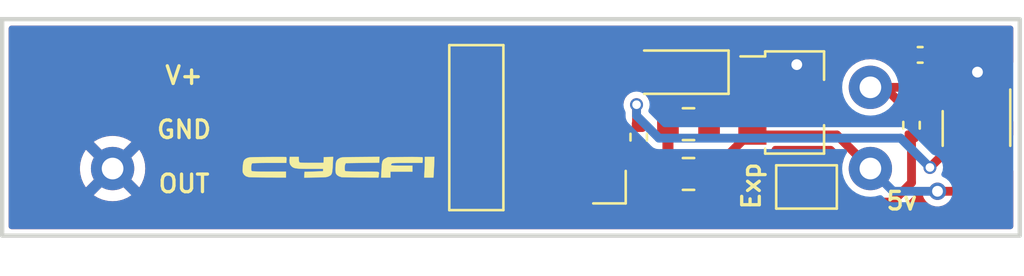
<source format=kicad_pcb>
(kicad_pcb (version 20211014) (generator pcbnew)
  (layers (0 "F.Cu" signal) (31 "B.Cu" signal) (34 "B.Paste" user) (35 "F.Paste" user) (36 "B.SilkS" user "B.Silkscreen") (37 "F.SilkS" user "F.Silkscreen") (38 "B.Mask" user) (39 "F.Mask" user) (44 "Edge.Cuts" user))
  (net 0 "")
  (net 1 "Net-(C1-Pad1)")
  (net 2 "GND")
  (net 3 "5v")
  (net 4 "/pot_center")
  (net 5 "V+")
  (net 6 "OUT")
  (net 7 "Net-(JP1-Pad2)")
  (net 8 "Net-(R2-Pad1)")
  (footprint "Resistor_SMD:R_0402_1005Metric" (layer "F.Cu") (at 155.4 81.45 -90)
    (fp_text reference "R2" hide)
    (fp_text value "1K")
    (fp_line (start -0.153641 -0.38) (end 0.153641 -0.38) (layer "F.SilkS") (width 0.12))
    (fp_line (start -0.153641 0.38) (end 0.153641 0.38) (layer "F.SilkS") (width 0.12))
    (pad "1" smd roundrect (at -0.51 0 270) (size 0.54 0.64) (layers "F.Cu" "F.Paste" "F.Mask") (net 8 "Net-(R2-Pad1)"))
    (pad "2" smd roundrect (at 0.51 0 270) (size 0.54 0.64) (layers "F.Cu" "F.Paste" "F.Mask") (net 6 "OUT"))
  )
  (footprint "cycfi_library:pin_header_1x3p_2.54mm_smd_horizontal" (layer "F.Cu") (at 152.8 81.01 180)
    (fp_text reference "J1" hide)
    (fp_text value "I/O connector")
    (fp_line (start -2 -3.5) (end -0.5 -3.5) (layer "F.SilkS") (width 0.12))
    (fp_line (start 3.65 -3.81) (end 3.65 3.81) (layer "F.SilkS") (width 0.12))
    (fp_line (start 3.65 -3.81) (end 6.15 -3.81) (layer "F.SilkS") (width 0.12))
    (fp_line (start 6.15 -3.81) (end 6.15 3.81) (layer "F.SilkS") (width 0.12))
    (fp_line (start 3.65 3.81) (end 6.15 3.81) (layer "F.SilkS") (width 0.12))
    (fp_line (start -2 -2) (end -2 -3.5) (layer "F.SilkS") (width 0.12))
    (pad "1" smd rect (at 0 -2.54 180) (size 3.2 1.02) (layers "F.Cu" "F.Paste" "F.Mask") (net 6 "OUT"))
    (pad "2" smd rect (at 0 0 180) (size 3.2 1.02) (layers "F.Cu" "F.Paste" "F.Mask") (net 2 "GND"))
    (pad "3" smd rect (at 0 2.54 180) (size 3.2 1.02) (layers "F.Cu" "F.Paste" "F.Mask") (net 5 "V+"))
  )
  (footprint "Package_TO_SOT_SMD:SOT-23-5" (layer "F.Cu") (at 171 81.05 -90)
    (fp_text reference "U2" hide)
    (fp_text value "TLV6001UIDBVR")
    (fp_line (start 0 1.56) (end 0.8 1.56) (layer "F.SilkS") (width 0.12))
    (fp_line (start 0 -1.56) (end 0.8 -1.56) (layer "F.SilkS") (width 0.12))
    (fp_line (start 0 -1.56) (end -1.8 -1.56) (layer "F.SilkS") (width 0.12))
    (fp_line (start 0 1.56) (end -0.8 1.56) (layer "F.SilkS") (width 0.12))
    (pad "1" smd roundrect (at -1.1375 -0.95 270) (size 1.325 0.6) (layers "F.Cu" "F.Paste" "F.Mask") (net 4 "/pot_center"))
    (pad "2" smd roundrect (at -1.1375 0 270) (size 1.325 0.6) (layers "F.Cu" "F.Paste" "F.Mask") (net 2 "GND"))
    (pad "3" smd roundrect (at -1.1375 0.95 270) (size 1.325 0.6) (layers "F.Cu" "F.Paste" "F.Mask") (net 8 "Net-(R2-Pad1)"))
    (pad "4" smd roundrect (at 1.1375 0.95 270) (size 1.325 0.6) (layers "F.Cu" "F.Paste" "F.Mask") (net 8 "Net-(R2-Pad1)"))
    (pad "5" smd roundrect (at 1.1375 -0.95 270) (size 1.325 0.6) (layers "F.Cu" "F.Paste" "F.Mask") (net 3 "5v"))
  )
  (footprint "Capacitor_SMD:C_0805_2012Metric" (layer "F.Cu") (at 157.7 80.85 180)
    (fp_text reference "C1" hide)
    (fp_text value "10uF")
    (fp_line (start -0.261252 -0.735) (end 0.261252 -0.735) (layer "F.SilkS") (width 0.12))
    (fp_line (start -0.261252 0.735) (end 0.261252 0.735) (layer "F.SilkS") (width 0.12))
    (pad "1" smd roundrect (at -0.95 0 180) (size 1 1.45) (layers "F.Cu" "F.Paste" "F.Mask") (net 1 "Net-(C1-Pad1)"))
    (pad "2" smd roundrect (at 0.95 0 180) (size 1 1.45) (layers "F.Cu" "F.Paste" "F.Mask") (net 2 "GND"))
  )
  (footprint "Diode_SMD:D_SOD-123" (layer "F.Cu") (at 157.3 78.45 180)
    (fp_text reference "D1" hide)
    (fp_text value "1N4148W")
    (fp_line (start -2.25 -1) (end 1.65 -1) (layer "F.SilkS") (width 0.12))
    (fp_line (start -2.25 1) (end 1.65 1) (layer "F.SilkS") (width 0.12))
    (fp_line (start -2.25 -1) (end -2.25 1) (layer "F.SilkS") (width 0.12))
    (pad "1" smd rect (at -1.65 0 180) (size 0.9 1.2) (layers "F.Cu" "F.Paste" "F.Mask") (net 1 "Net-(C1-Pad1)"))
    (pad "2" smd rect (at 1.65 0 180) (size 0.9 1.2) (layers "F.Cu" "F.Paste" "F.Mask") (net 5 "V+"))
  )
  (footprint "cycfi_library:cycfi-logo-9mm" (layer "F.Cu") (at 141.5 82.85)
    (fp_text reference "G***" hide)
    (fp_text value "LOGO" hide)
    (fp_poly (pts (xy 1.921918 -0.355825) (xy 1.915583 -0.22225) (xy 1.143613 -0.211667) (xy 0.371644 -0.201083) (xy 0.344884 -0.148167) (xy 0.328601 -0.094057) (xy 0.320004 -0.02106) (xy 0.319185 0.056027) (xy 0.326238 0.122406) (xy 0.341256 0.163279) (xy 0.3429 0.1651) (xy 0.362102 0.172266) (xy 0.405894 0.178099) (xy 0.477147 0.182691) (xy 0.578729 0.186134) (xy 0.713509 0.18852) (xy 0.884355 0.18994) (xy 1.094138 0.190487) (xy 1.13665 0.1905) (xy 1.340032 0.190204) (xy 1.504955 0.18992) (xy 1.635284 0.190555) (xy 1.734882 0.193014) (xy 1.807616 0.198202) (xy 1.857349 0.207027) (xy 1.887946 0.220394) (xy 1.903272 0.239209) (xy 1.907192 0.264378) (xy 1.90357 0.296807) (xy 1.896271 0.337402) (xy 1.891539 0.367462) (xy 1.878079 0.465667) (xy 1.060748 0.463232) (xy 0.87575 0.462306) (xy 0.701564 0.460719) (xy 0.543319 0.458569) (xy 0.406143 0.455958) (xy 0.295162 0.452986) (xy 0.215506 0.449752) (xy 0.172301 0.446356) (xy 0.169333 0.44585) (xy 0.056788 0.409176) (xy -0.029687 0.352104) (xy -0.075909 0.292803) (xy -0.091755 0.252184) (xy -0.101041 0.199171) (xy -0.10458 0.124505) (xy -0.103181 0.018926) (xy -0.102323 -0.008464) (xy -0.09448 -0.141822) (xy -0.078914 -0.240873) (xy -0.052158 -0.313429) (xy -0.010749 -0.3673) (xy 0.048777 -0.410298) (xy 0.084204 -0.429075) (xy 0.108919 -0.440707) (xy 0.134212 -0.45029) (xy 0.164316 -0.45806) (xy 0.203464 -0.46425) (xy 0.255888 -0.469096) (xy 0.325819 -0.472831) (xy 0.417492 -0.475691) (xy 0.535137 -0.47791) (xy 0.682987 -0.479723) (xy 0.865275 -0.481363) (xy 1.054085 -0.482825) (xy 1.928253 -0.489399) (xy 1.921918 -0.355825)) (layer "F.SilkS") (width 0.01) (fill solid))
    (fp_poly (pts (xy 4.454186 -0.206375) (xy 4.448975 -0.07829) (xy 4.44287 0.056618) (xy 4.436672 0.181339) (xy 4.431735 0.269875) (xy 4.419882 0.465667) (xy 3.99389 0.465667) (xy 4.007778 0.144801) (xy 4.012847 0.01691) (xy 4.017088 -0.110605) (xy 4.020126 -0.224952) (xy 4.02159 -0.313337) (xy 4.021667 -0.331449) (xy 4.021667 -0.486833) (xy 4.464785 -0.486833) (xy 4.454186 -0.206375)) (layer "F.SilkS") (width 0.01) (fill solid))
    (fp_poly (pts (xy -2.606136 -0.484692) (xy -2.500269 -0.483905) (xy -2.425954 -0.482649) (xy -2.387852 -0.480938) (xy -2.384106 -0.480311) (xy -2.370245 -0.453216) (xy -2.36575 -0.388498) (xy -2.367255 -0.341398) (xy -2.374427 -0.211667) (xy -3.150422 -0.211343) (xy -3.33571 -0.210743) (xy -3.505238 -0.209178) (xy -3.654479 -0.20676) (xy -3.778906 -0.2036) (xy -3.873992 -0.19981) (xy -3.935213 -0.195502) (xy -3.957405 -0.191419) (xy -3.975999 -0.15948) (xy -3.989729 -0.098927) (xy -3.997754 -0.023285) (xy -3.999235 0.053917) (xy -3.993334 0.119154) (xy -3.97921 0.158898) (xy -3.979143 0.158979) (xy -3.967139 0.167304) (xy -3.943693 0.174062) (xy -3.904843 0.179408) (xy -3.846632 0.183497) (xy -3.7651 0.186482) (xy -3.656288 0.18852) (xy -3.516237 0.189765) (xy -3.340987 0.190371) (xy -3.172408 0.1905) (xy -2.391833 0.1905) (xy -2.391833 0.465667) (xy -3.212042 0.463347) (xy -3.39843 0.462351) (xy -3.574922 0.460516) (xy -3.736234 0.457962) (xy -3.877083 0.454811) (xy -3.992184 0.451184) (xy -4.076253 0.447201) (xy -4.124007 0.442984) (xy -4.127468 0.442387) (xy -4.237424 0.406226) (xy -4.317774 0.344038) (xy -4.366982 0.269317) (xy -4.383859 0.230137) (xy -4.393526 0.189014) (xy -4.396618 0.135756) (xy -4.39377 0.060173) (xy -4.386272 -0.04003) (xy -4.373227 -0.166481) (xy -4.355529 -0.258677) (xy -4.329216 -0.324693) (xy -4.290324 -0.372602) (xy -4.234887 -0.410476) (xy -4.194507 -0.430605) (xy -4.168235 -0.442062) (xy -4.140875 -0.451473) (xy -4.108083 -0.459078) (xy -4.065515 -0.465119) (xy -4.008825 -0.469836) (xy -3.93367 -0.47347) (xy -3.835704 -0.476262) (xy -3.710584 -0.478454) (xy -3.553965 -0.480285) (xy -3.361503 -0.481997) (xy -3.251939 -0.482872) (xy -3.066458 -0.484099) (xy -2.893891 -0.484802) (xy -2.738897 -0.484995) (xy -2.606136 -0.484692)) (layer "F.SilkS") (width 0.01) (fill solid))
    (fp_poly (pts (xy 3.601083 -0.483366) (xy 3.725598 -0.481781) (xy 3.82245 -0.479437) (xy 3.886895 -0.476397) (xy 3.914183 -0.472723) (xy 3.914655 -0.472363) (xy 3.921066 -0.44327) (xy 3.922702 -0.386107) (xy 3.920451 -0.333375) (xy 3.911915 -0.211667) (xy 3.216886 -0.211667) (xy 3.023888 -0.211452) (xy 2.868889 -0.210674) (xy 2.747557 -0.209136) (xy 2.65556 -0.206639) (xy 2.588566 -0.202987) (xy 2.542242 -0.19798) (xy 2.512256 -0.191422) (xy 2.494275 -0.183114) (xy 2.488595 -0.178405) (xy 2.461562 -0.138698) (xy 2.455333 -0.114905) (xy 2.461169 -0.105134) (xy 2.481784 -0.097653) (xy 2.521844 -0.092178) (xy 2.586011 -0.088426) (xy 2.67895 -0.086113) (xy 2.805325 -0.084955) (xy 2.95275 -0.084667) (xy 3.450167 -0.084667) (xy 3.450167 0.1905) (xy 2.434167 0.1905) (xy 2.434167 0.465667) (xy 2.004584 0.465667) (xy 2.01942 0.121708) (xy 2.02731 -0.031755) (xy 2.037499 -0.149212) (xy 2.052219 -0.23699) (xy 2.073707 -0.301417) (xy 2.104196 -0.348819) (xy 2.145921 -0.385524) (xy 2.201117 -0.417858) (xy 2.211917 -0.423333) (xy 2.31775 -0.47625) (xy 3.109037 -0.482946) (xy 3.288056 -0.484011) (xy 3.453654 -0.48413) (xy 3.601083 -0.483366)) (layer "F.SilkS") (width 0.01) (fill solid))
    (fp_poly (pts (xy -0.223543 -0.270606) (xy -0.232269 -0.094549) (xy -0.241056 0.044392) (xy -0.251401 0.151406) (xy -0.264802 0.231686) (xy -0.282756 0.290423) (xy -0.306759 0.332809) (xy -0.33831 0.364035) (xy -0.378906 0.389293) (xy -0.419545 0.408986) (xy -0.453791 0.423383) (xy -0.489979 0.434549) (xy -0.534112 0.443002) (xy -0.59219 0.44926) (xy -0.670217 0.453843) (xy -0.774192 0.457268) (xy -0.910118 0.460055) (xy -1.032935 0.461984) (xy -1.547287 0.469538) (xy -1.540935 0.335311) (xy -1.534583 0.201083) (xy -1.11125 0.189366) (xy -0.982182 0.185603) (xy -0.868453 0.181922) (xy -0.776504 0.178563) (xy -0.712772 0.175763) (xy -0.683699 0.173761) (xy -0.682625 0.173491) (xy -0.678616 0.15187) (xy -0.677333 0.116417) (xy -0.677333 0.0635) (xy -1.258375 0.0635) (xy -1.461394 0.062852) (xy -1.626894 0.060494) (xy -1.759675 0.0558) (xy -1.864537 0.048147) (xy -1.94628 0.03691) (xy -2.009705 0.021465) (xy -2.059613 0.001188) (xy -2.100802 -0.024544) (xy -2.131273 -0.050002) (xy -2.192661 -0.126738) (xy -2.224959 -0.221127) (xy -2.23039 -0.340742) (xy -2.227546 -0.37827) (xy -2.217114 -0.486833) (xy -1.799167 -0.486833) (xy -1.799167 -0.37465) (xy -1.794628 -0.30631) (xy -1.783016 -0.25406) (xy -1.773767 -0.237067) (xy -1.751575 -0.228564) (xy -1.701935 -0.221953) (xy -1.621767 -0.217096) (xy -1.507991 -0.213858) (xy -1.357526 -0.2121) (xy -1.203277 -0.211667) (xy -0.658187 -0.211667) (xy -0.651885 -0.343958) (xy -0.645583 -0.47625) (xy -0.429466 -0.482273) (xy -0.213349 -0.488295) (xy -0.223543 -0.270606)) (layer "F.SilkS") (width 0.01) (fill solid))
  )
  (footprint "Package_TO_SOT_SMD:SOT-89-3" (layer "F.Cu") (at 162.3 79.85)
    (fp_text reference "U1" hide)
    (fp_text value "HT7550-1")
    (fp_line (start 1.66 2.36) (end -1.06 2.36) (layer "F.SilkS") (width 0.12))
    (fp_line (start 1.66 -2.36) (end 1.66 -1.05) (layer "F.SilkS") (width 0.12))
    (fp_line (start -1.06 -2.36) (end 1.66 -2.36) (layer "F.SilkS") (width 0.12))
    (fp_line (start -1.06 -2.36) (end -1.06 -2.13) (layer "F.SilkS") (width 0.12))
    (fp_line (start -1.06 2.36) (end -1.06 2.13) (layer "F.SilkS") (width 0.12))
    (fp_line (start -2.2 -2.13) (end -1.06 -2.13) (layer "F.SilkS") (width 0.12))
    (fp_line (start 1.66 1.05) (end 1.66 2.36) (layer "F.SilkS") (width 0.12))
    (pad "1" smd rect (at -1.65 -1.5) (size 1.3 0.9) (layers "F.Cu" "F.Paste" "F.Mask") (net 2 "GND"))
    (pad "2" smd custom (at -1.5625 0) (size 1.475 0.9) (layers "F.Cu" "F.Paste" "F.Mask") (net 1 "Net-(C1-Pad1)") (options (clearance outline) (anchor rect)) (primitives (gr_poly (pts (xy 3.8625 0.8665) (xy 0.7375 0.8665) (xy 0.7375 -0.8665) (xy 3.8625 -0.8665)) (width 0) (fill yes))))
    (pad "3" smd rect (at -1.65 1.5) (size 1.3 0.9) (layers "F.Cu" "F.Paste" "F.Mask") (net 3 "5v"))
  )
  (footprint "Resistor_SMD:R_0402_1005Metric" (layer "F.Cu") (at 168 80.9 -90)
    (fp_text reference "R1" hide)
    (fp_text value "2k")
    (fp_line (start -0.153641 -0.38) (end 0.153641 -0.38) (layer "F.SilkS") (width 0.12))
    (fp_line (start -0.153641 0.38) (end 0.153641 0.38) (layer "F.SilkS") (width 0.12))
    (pad "1" smd roundrect (at -0.51 0 270) (size 0.54 0.64) (layers "F.Cu" "F.Paste" "F.Mask") (net 4 "/pot_center"))
    (pad "2" smd roundrect (at 0.51 0 270) (size 0.54 0.64) (layers "F.Cu" "F.Paste" "F.Mask") (net 7 "Net-(JP1-Pad2)"))
  )
  (footprint "Capacitor_SMD:C_0805_2012Metric" (layer "F.Cu") (at 157.7 83.15 180)
    (fp_text reference "C2" hide)
    (fp_text value "10uF")
    (fp_line (start -0.261252 -0.735) (end 0.261252 -0.735) (layer "F.SilkS") (width 0.12))
    (fp_line (start -0.261252 0.735) (end 0.261252 0.735) (layer "F.SilkS") (width 0.12))
    (pad "1" smd roundrect (at -0.95 0 180) (size 1 1.45) (layers "F.Cu" "F.Paste" "F.Mask") (net 3 "5v"))
    (pad "2" smd roundrect (at 0.95 0 180) (size 1 1.45) (layers "F.Cu" "F.Paste" "F.Mask") (net 2 "GND"))
  )
  (footprint "Capacitor_SMD:C_0402_1005Metric" (layer "F.Cu") (at 168.4 77.65 180)
    (fp_text reference "C3" hide)
    (fp_text value "100nF")
    (fp_line (start -0.107836 0.36) (end 0.107836 0.36) (layer "F.SilkS") (width 0.12))
    (fp_line (start -0.107836 -0.36) (end 0.107836 -0.36) (layer "F.SilkS") (width 0.12))
    (pad "1" smd roundrect (at -0.48 0 180) (size 0.56 0.62) (layers "F.Cu" "F.Paste" "F.Mask") (net 4 "/pot_center"))
    (pad "2" smd roundrect (at 0.48 0 180) (size 0.56 0.62) (layers "F.Cu" "F.Paste" "F.Mask") (net 2 "GND"))
  )
  (footprint "Jumper:SolderJumper-2_P1.3mm_Open_TrianglePad1.0x1.5mm" (layer "F.Cu") (at 163.15 83.75)
    (fp_text reference "JP1" hide)
    (fp_text value "exp shunt")
    (fp_line (start 1.4 -1) (end 1.4 1) (layer "F.SilkS") (width 0.12))
    (fp_line (start -1.4 1) (end -1.4 -1) (layer "F.SilkS") (width 0.12))
    (fp_line (start -1.4 -1) (end 1.4 -1) (layer "F.SilkS") (width 0.12))
    (fp_line (start 1.4 1) (end -1.4 1) (layer "F.SilkS") (width 0.12))
    (pad "1" smd custom (at -0.725 0) (size 0.3 0.3) (layers "F.Cu" "F.Mask") (net 2 "GND") (options (clearance outline) (anchor rect)) (primitives (gr_poly (pts (xy 1 0) (xy 0.5 0.75) (xy -0.5 0.75) (xy -0.5 -0.75) (xy 0.5 -0.75)) (width 0) (fill yes))))
    (pad "2" smd custom (at 0.725 0) (size 0.3 0.3) (layers "F.Cu" "F.Mask") (net 7 "Net-(JP1-Pad2)") (options (clearance outline) (anchor rect)) (primitives (gr_poly (pts (xy 0.5 0.75) (xy -0.65 0.75) (xy -0.15 0) (xy -0.65 -0.75) (xy 0.5 -0.75)) (width 0) (fill yes))))
  )
  (footprint "cycfi_library:Alps_RS301111A01G" (layer "B.Cu") (at 148.6 81.025 180)
    (fp_text reference "RV1" hide)
    (fp_text value "10k")
    (pad "1" thru_hole circle (at -17.5 -1.875 180) (size 2 2) (drill 1) (layers *.Cu *.Mask) (net 3 "5v"))
    (pad "2" thru_hole circle (at -17.5 1.875 180) (size 2 2) (drill 1) (layers *.Cu *.Mask) (net 4 "/pot_center"))
    (pad "3" thru_hole circle (at 17.5 -1.875 180) (size 2 2) (drill 1) (layers *.Cu *.Mask) (net 2 "GND"))
  )
  (gr_rect (start 126 76) (end 173 86) (layer "Edge.Cuts") (width 0.2) (fill none))
  (gr_text "Exp" (at 160.6 83.7 90) (layer "F.SilkS") (effects (font (size 0.8128 0.8128) (thickness 0.1524))))
  (gr_text "5v" (at 167.55 84.4) (layer "F.SilkS") (effects (font (size 0.8128 0.8128) (thickness 0.1524))))
  (gr_text "GND" (at 134.4 81.1) (layer "F.SilkS") (effects (font (size 0.8128 0.8128) (thickness 0.1524))))
  (gr_text "V+" (at 134.4 78.6) (layer "F.SilkS") (effects (font (size 0.8128 0.8128) (thickness 0.1524))))
  (gr_text "OUT" (at 134.4 83.6) (layer "F.SilkS") (effects (font (size 0.8128 0.8128) (thickness 0.1524))))
  (segment (start 158.95 78.45) (end 160.35 79.85) (width 0.4084) (layer "F.Cu") (net 1))
  (segment (start 158.65 80.85) (end 159.65 79.85) (width 0.4084) (layer "F.Cu") (net 1))
  (segment (start 160.35 79.85) (end 160.7375 79.85) (width 0.4084) (layer "F.Cu") (net 1))
  (segment (start 159.65 79.85) (end 160.7375 79.85) (width 0.4084) (layer "F.Cu") (net 1))
  (segment (start 171 79.9125) (end 171 78.491422) (width 0.4084) (layer "F.Cu") (net 2))
  (segment (start 156.75 80.85) (end 156.75 83.15) (width 0.4084) (layer "F.Cu") (net 2))
  (segment (start 171 78.491422) (end 171.045711 78.445711) (width 0.4084) (layer "F.Cu") (net 2))
  (segment (start 160.65 78.35) (end 162.45 78.35) (width 0.4084) (layer "F.Cu") (net 2))
  (segment (start 162.45 78.35) (end 162.7 78.1) (width 0.4084) (layer "F.Cu") (net 2))
  (via (at 162.7 78.1) (size 0.8) (drill 0.5) (layers "F.Cu" "B.Cu") (net 2))
  (via (at 171.045711 78.445711) (size 0.8) (drill 0.5) (layers "F.Cu" "B.Cu") (net 2))
  (segment (start 160.65 81.35) (end 160.45 81.35) (width 0.4084) (layer "F.Cu") (net 3))
  (segment (start 166.1 82.9) (end 164.55 81.35) (width 0.4084) (layer "F.Cu") (net 3))
  (segment (start 170.1875 83.95) (end 169.2 83.95) (width 0.4084) (layer "F.Cu") (net 3))
  (segment (start 171.95 82.1875) (end 170.1875 83.95) (width 0.4084) (layer "F.Cu") (net 3))
  (segment (start 160.45 81.35) (end 158.65 83.15) (width 0.4084) (layer "F.Cu") (net 3))
  (segment (start 164.55 81.35) (end 160.65 81.35) (width 0.4084) (layer "F.Cu") (net 3))
  (via (at 169.2 83.95) (size 0.8) (drill 0.5) (layers "F.Cu" "B.Cu") (net 3))
  (segment (start 169.2 83.95) (end 167.15 83.95) (width 0.4084) (layer "B.Cu") (net 3))
  (segment (start 167.15 83.95) (end 166.1 82.9) (width 0.4084) (layer "B.Cu") (net 3))
  (segment (start 170.7 77.55) (end 169.1 79.15) (width 0.4084) (layer "F.Cu") (net 4))
  (segment (start 166.76 79.15) (end 168 80.39) (width 0.4084) (layer "F.Cu") (net 4))
  (segment (start 171.95 78.1) (end 171.4 77.55) (width 0.4084) (layer "F.Cu") (net 4))
  (segment (start 168.88 77.65) (end 168.88 78.93) (width 0.4084) (layer "F.Cu") (net 4))
  (segment (start 168.88 78.93) (end 169.1 79.15) (width 0.4084) (layer "F.Cu") (net 4))
  (segment (start 171.95 79.9125) (end 171.95 78.1) (width 0.4084) (layer "F.Cu") (net 4))
  (segment (start 171.4 77.55) (end 170.7 77.55) (width 0.4084) (layer "F.Cu") (net 4))
  (segment (start 169.1 79.15) (end 166.1 79.15) (width 0.4084) (layer "F.Cu") (net 4))
  (segment (start 166.1 79.15) (end 166.76 79.15) (width 0.4084) (layer "F.Cu") (net 4))
  (segment (start 152.8 78.47) (end 155.63 78.47) (width 0.4084) (layer "F.Cu") (net 5))
  (segment (start 155.63 78.47) (end 155.65 78.45) (width 0.4084) (layer "F.Cu") (net 5))
  (segment (start 154.39 81.96) (end 155.4 81.96) (width 0.4084) (layer "F.Cu") (net 6))
  (segment (start 152.8 83.55) (end 154.39 81.96) (width 0.4084) (layer "F.Cu") (net 6))
  (segment (start 168 81.41) (end 168 83.55) (width 0.4084) (layer "F.Cu") (net 7))
  (segment (start 167.1 84.45) (end 164.575 84.45) (width 0.4084) (layer "F.Cu") (net 7))
  (segment (start 168 83.55) (end 167.1 84.45) (width 0.4084) (layer "F.Cu") (net 7))
  (segment (start 164.575 84.45) (end 163.875 83.75) (width 0.4084) (layer "F.Cu") (net 7))
  (segment (start 155.3 79.95) (end 155.3 80.84) (width 0.4084) (layer "F.Cu") (net 8))
  (segment (start 155.3 80.84) (end 155.4 80.94) (width 0.4084) (layer "F.Cu") (net 8))
  (segment (start 169.5125 82.1875) (end 168.85 82.85) (width 0.4084) (layer "F.Cu") (net 8))
  (segment (start 170.05 82.1875) (end 170.05 79.9125) (width 0.4084) (layer "F.Cu") (net 8))
  (segment (start 170.05 82.1875) (end 169.5125 82.1875) (width 0.4084) (layer "F.Cu") (net 8))
  (via (at 168.85 82.85) (size 0.6) (drill 0.4) (layers "F.Cu" "B.Cu") (net 8))
  (via (at 155.3 79.95) (size 0.6) (drill 0.4) (layers "F.Cu" "B.Cu") (net 8))
  (segment (start 156.3358 81.4958) (end 155.3 80.46) (width 0.4084) (layer "B.Cu") (net 8))
  (segment (start 168.85 82.85) (end 167.4958 81.4958) (width 0.4084) (layer "B.Cu") (net 8))
  (segment (start 167.4958 81.4958) (end 156.3358 81.4958) (width 0.4084) (layer "B.Cu") (net 8))
  (segment (start 155.3 80.46) (end 155.3 79.95) (width 0.4084) (layer "B.Cu") (net 8))
  (zone (net 2) (net_name "GND") (layers F&B.Cu) (connect_pads (clearance 0.3)) (min_thickness 0.254) (fill yes (thermal_gap 0.508) (thermal_bridge_width 0.508))
    (polygon (pts (xy 173.2 86.05) (xy 125.9 86.05) (xy 125.9 75.95) (xy 173.2 75.95)))
  )
)
</source>
